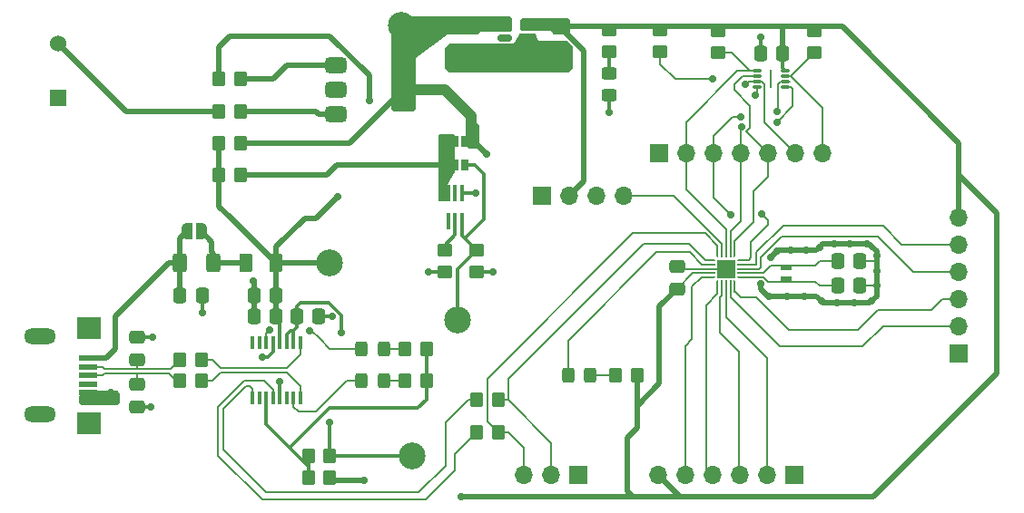
<source format=gbr>
%TF.GenerationSoftware,KiCad,Pcbnew,8.0.7*%
%TF.CreationDate,2025-02-09T15:31:53-05:00*%
%TF.ProjectId,ATTiny_416_Sensor_Board,41545469-6e79-45f3-9431-365f53656e73,rev?*%
%TF.SameCoordinates,Original*%
%TF.FileFunction,Copper,L1,Top*%
%TF.FilePolarity,Positive*%
%FSLAX46Y46*%
G04 Gerber Fmt 4.6, Leading zero omitted, Abs format (unit mm)*
G04 Created by KiCad (PCBNEW 8.0.7) date 2025-02-09 15:31:53*
%MOMM*%
%LPD*%
G01*
G04 APERTURE LIST*
G04 Aperture macros list*
%AMRoundRect*
0 Rectangle with rounded corners*
0 $1 Rounding radius*
0 $2 $3 $4 $5 $6 $7 $8 $9 X,Y pos of 4 corners*
0 Add a 4 corners polygon primitive as box body*
4,1,4,$2,$3,$4,$5,$6,$7,$8,$9,$2,$3,0*
0 Add four circle primitives for the rounded corners*
1,1,$1+$1,$2,$3*
1,1,$1+$1,$4,$5*
1,1,$1+$1,$6,$7*
1,1,$1+$1,$8,$9*
0 Add four rect primitives between the rounded corners*
20,1,$1+$1,$2,$3,$4,$5,0*
20,1,$1+$1,$4,$5,$6,$7,0*
20,1,$1+$1,$6,$7,$8,$9,0*
20,1,$1+$1,$8,$9,$2,$3,0*%
%AMFreePoly0*
4,1,14,0.334644,0.085355,0.385355,0.034644,0.400000,-0.000711,0.400000,-0.050000,0.385355,-0.085355,0.350000,-0.100000,-0.350000,-0.100000,-0.385355,-0.085355,-0.400000,-0.050000,-0.400000,0.050000,-0.385355,0.085355,-0.350000,0.100000,0.299289,0.100000,0.334644,0.085355,0.334644,0.085355,$1*%
%AMFreePoly1*
4,1,14,0.385355,0.085355,0.400000,0.050000,0.400000,0.000711,0.385355,-0.034644,0.334644,-0.085355,0.299289,-0.100000,-0.350000,-0.100000,-0.385355,-0.085355,-0.400000,-0.050000,-0.400000,0.050000,-0.385355,0.085355,-0.350000,0.100000,0.350000,0.100000,0.385355,0.085355,0.385355,0.085355,$1*%
%AMFreePoly2*
4,1,14,0.085355,0.385355,0.100000,0.350000,0.100000,-0.350000,0.085355,-0.385355,0.050000,-0.400000,-0.050000,-0.400000,-0.085355,-0.385355,-0.100000,-0.350000,-0.100000,0.299289,-0.085355,0.334644,-0.034644,0.385355,0.000711,0.400000,0.050000,0.400000,0.085355,0.385355,0.085355,0.385355,$1*%
%AMFreePoly3*
4,1,14,0.034644,0.385355,0.085355,0.334644,0.100000,0.299289,0.100000,-0.350000,0.085355,-0.385355,0.050000,-0.400000,-0.050000,-0.400000,-0.085355,-0.385355,-0.100000,-0.350000,-0.100000,0.350000,-0.085355,0.385355,-0.050000,0.400000,-0.000711,0.400000,0.034644,0.385355,0.034644,0.385355,$1*%
%AMFreePoly4*
4,1,14,0.385355,0.085355,0.400000,0.050000,0.400000,-0.050000,0.385355,-0.085355,0.350000,-0.100000,-0.299289,-0.100000,-0.334644,-0.085355,-0.385355,-0.034644,-0.400000,0.000711,-0.400000,0.050000,-0.385355,0.085355,-0.350000,0.100000,0.350000,0.100000,0.385355,0.085355,0.385355,0.085355,$1*%
%AMFreePoly5*
4,1,14,0.385355,0.085355,0.400000,0.050000,0.400000,-0.050000,0.385355,-0.085355,0.350000,-0.100000,-0.350000,-0.100000,-0.385355,-0.085355,-0.400000,-0.050000,-0.400000,-0.000711,-0.385355,0.034644,-0.334644,0.085355,-0.299289,0.100000,0.350000,0.100000,0.385355,0.085355,0.385355,0.085355,$1*%
%AMFreePoly6*
4,1,14,0.085355,0.385355,0.100000,0.350000,0.100000,-0.299289,0.085355,-0.334644,0.034644,-0.385355,-0.000711,-0.400000,-0.050000,-0.400000,-0.085355,-0.385355,-0.100000,-0.350000,-0.100000,0.350000,-0.085355,0.385355,-0.050000,0.400000,0.050000,0.400000,0.085355,0.385355,0.085355,0.385355,$1*%
%AMFreePoly7*
4,1,14,0.085355,0.385355,0.100000,0.350000,0.100000,-0.350000,0.085355,-0.385355,0.050000,-0.400000,0.000711,-0.400000,-0.034644,-0.385355,-0.085355,-0.334644,-0.100000,-0.299289,-0.100000,0.350000,-0.085355,0.385355,-0.050000,0.400000,0.050000,0.400000,0.085355,0.385355,0.085355,0.385355,$1*%
%AMFreePoly8*
4,1,19,0.500000,-0.750000,0.000000,-0.750000,0.000000,-0.744911,-0.071157,-0.744911,-0.207708,-0.704816,-0.327430,-0.627875,-0.420627,-0.520320,-0.479746,-0.390866,-0.500000,-0.250000,-0.500000,0.250000,-0.479746,0.390866,-0.420627,0.520320,-0.327430,0.627875,-0.207708,0.704816,-0.071157,0.744911,0.000000,0.744911,0.000000,0.750000,0.500000,0.750000,0.500000,-0.750000,0.500000,-0.750000,
$1*%
%AMFreePoly9*
4,1,19,0.000000,0.744911,0.071157,0.744911,0.207708,0.704816,0.327430,0.627875,0.420627,0.520320,0.479746,0.390866,0.500000,0.250000,0.500000,-0.250000,0.479746,-0.390866,0.420627,-0.520320,0.327430,-0.627875,0.207708,-0.704816,0.071157,-0.744911,0.000000,-0.744911,0.000000,-0.750000,-0.500000,-0.750000,-0.500000,0.750000,0.000000,0.750000,0.000000,0.744911,0.000000,0.744911,
$1*%
G04 Aperture macros list end*
%TA.AperFunction,SMDPad,CuDef*%
%ADD10R,0.700000X1.000000*%
%TD*%
%TA.AperFunction,SMDPad,CuDef*%
%ADD11R,1.800000X0.600000*%
%TD*%
%TA.AperFunction,SMDPad,CuDef*%
%ADD12R,2.300000X2.000000*%
%TD*%
%TA.AperFunction,ComponentPad*%
%ADD13O,2.980000X1.490000*%
%TD*%
%TA.AperFunction,SMDPad,CuDef*%
%ADD14R,1.000000X0.500000*%
%TD*%
%TA.AperFunction,ComponentPad*%
%ADD15R,1.700000X1.700000*%
%TD*%
%TA.AperFunction,ComponentPad*%
%ADD16O,1.700000X1.700000*%
%TD*%
%TA.AperFunction,SMDPad,CuDef*%
%ADD17RoundRect,0.250000X0.475000X-0.337500X0.475000X0.337500X-0.475000X0.337500X-0.475000X-0.337500X0*%
%TD*%
%TA.AperFunction,SMDPad,CuDef*%
%ADD18FreePoly0,0.000000*%
%TD*%
%TA.AperFunction,SMDPad,CuDef*%
%ADD19RoundRect,0.050000X-0.350000X-0.050000X0.350000X-0.050000X0.350000X0.050000X-0.350000X0.050000X0*%
%TD*%
%TA.AperFunction,SMDPad,CuDef*%
%ADD20FreePoly1,0.000000*%
%TD*%
%TA.AperFunction,SMDPad,CuDef*%
%ADD21FreePoly2,0.000000*%
%TD*%
%TA.AperFunction,SMDPad,CuDef*%
%ADD22RoundRect,0.050000X-0.050000X-0.350000X0.050000X-0.350000X0.050000X0.350000X-0.050000X0.350000X0*%
%TD*%
%TA.AperFunction,SMDPad,CuDef*%
%ADD23FreePoly3,0.000000*%
%TD*%
%TA.AperFunction,SMDPad,CuDef*%
%ADD24FreePoly4,0.000000*%
%TD*%
%TA.AperFunction,SMDPad,CuDef*%
%ADD25FreePoly5,0.000000*%
%TD*%
%TA.AperFunction,SMDPad,CuDef*%
%ADD26FreePoly6,0.000000*%
%TD*%
%TA.AperFunction,SMDPad,CuDef*%
%ADD27FreePoly7,0.000000*%
%TD*%
%TA.AperFunction,HeatsinkPad*%
%ADD28R,1.700000X1.700000*%
%TD*%
%TA.AperFunction,SMDPad,CuDef*%
%ADD29RoundRect,0.250000X0.337500X0.475000X-0.337500X0.475000X-0.337500X-0.475000X0.337500X-0.475000X0*%
%TD*%
%TA.AperFunction,SMDPad,CuDef*%
%ADD30RoundRect,0.250000X-0.325000X-0.450000X0.325000X-0.450000X0.325000X0.450000X-0.325000X0.450000X0*%
%TD*%
%TA.AperFunction,SMDPad,CuDef*%
%ADD31RoundRect,0.250000X0.350000X0.450000X-0.350000X0.450000X-0.350000X-0.450000X0.350000X-0.450000X0*%
%TD*%
%TA.AperFunction,SMDPad,CuDef*%
%ADD32RoundRect,0.250000X1.100000X-0.412500X1.100000X0.412500X-1.100000X0.412500X-1.100000X-0.412500X0*%
%TD*%
%TA.AperFunction,SMDPad,CuDef*%
%ADD33RoundRect,0.250000X-0.350000X-0.450000X0.350000X-0.450000X0.350000X0.450000X-0.350000X0.450000X0*%
%TD*%
%TA.AperFunction,SMDPad,CuDef*%
%ADD34RoundRect,0.375000X-0.625000X-0.375000X0.625000X-0.375000X0.625000X0.375000X-0.625000X0.375000X0*%
%TD*%
%TA.AperFunction,SMDPad,CuDef*%
%ADD35RoundRect,0.500000X-0.500000X-1.400000X0.500000X-1.400000X0.500000X1.400000X-0.500000X1.400000X0*%
%TD*%
%TA.AperFunction,SMDPad,CuDef*%
%ADD36RoundRect,0.250000X-0.450000X0.350000X-0.450000X-0.350000X0.450000X-0.350000X0.450000X0.350000X0*%
%TD*%
%TA.AperFunction,SMDPad,CuDef*%
%ADD37RoundRect,0.250000X-0.475000X0.337500X-0.475000X-0.337500X0.475000X-0.337500X0.475000X0.337500X0*%
%TD*%
%TA.AperFunction,SMDPad,CuDef*%
%ADD38R,0.400000X1.200000*%
%TD*%
%TA.AperFunction,SMDPad,CuDef*%
%ADD39RoundRect,0.250000X0.450000X-0.350000X0.450000X0.350000X-0.450000X0.350000X-0.450000X-0.350000X0*%
%TD*%
%TA.AperFunction,SMDPad,CuDef*%
%ADD40RoundRect,0.250000X-0.337500X-0.475000X0.337500X-0.475000X0.337500X0.475000X-0.337500X0.475000X0*%
%TD*%
%TA.AperFunction,SMDPad,CuDef*%
%ADD41RoundRect,0.250000X0.375000X0.625000X-0.375000X0.625000X-0.375000X-0.625000X0.375000X-0.625000X0*%
%TD*%
%TA.AperFunction,SMDPad,CuDef*%
%ADD42RoundRect,0.250000X0.450000X-0.325000X0.450000X0.325000X-0.450000X0.325000X-0.450000X-0.325000X0*%
%TD*%
%TA.AperFunction,SMDPad,CuDef*%
%ADD43C,2.500000*%
%TD*%
%TA.AperFunction,SMDPad,CuDef*%
%ADD44RoundRect,0.150000X-0.512500X-0.150000X0.512500X-0.150000X0.512500X0.150000X-0.512500X0.150000X0*%
%TD*%
%TA.AperFunction,ComponentPad*%
%ADD45R,1.524000X1.524000*%
%TD*%
%TA.AperFunction,ComponentPad*%
%ADD46C,1.524000*%
%TD*%
%TA.AperFunction,SMDPad,CuDef*%
%ADD47FreePoly8,0.000000*%
%TD*%
%TA.AperFunction,SMDPad,CuDef*%
%ADD48FreePoly9,0.000000*%
%TD*%
%TA.AperFunction,SMDPad,CuDef*%
%ADD49RoundRect,0.062500X-0.062500X-0.762500X0.062500X-0.762500X0.062500X0.762500X-0.062500X0.762500X0*%
%TD*%
%TA.AperFunction,SMDPad,CuDef*%
%ADD50RoundRect,0.100000X-0.300000X-0.050000X0.300000X-0.050000X0.300000X0.050000X-0.300000X0.050000X0*%
%TD*%
%TA.AperFunction,SMDPad,CuDef*%
%ADD51RoundRect,0.100000X0.100000X-0.650000X0.100000X0.650000X-0.100000X0.650000X-0.100000X-0.650000X0*%
%TD*%
%TA.AperFunction,SMDPad,CuDef*%
%ADD52RoundRect,0.250000X0.400000X0.625000X-0.400000X0.625000X-0.400000X-0.625000X0.400000X-0.625000X0*%
%TD*%
%TA.AperFunction,ViaPad*%
%ADD53C,0.700000*%
%TD*%
%TA.AperFunction,Conductor*%
%ADD54C,0.500000*%
%TD*%
%TA.AperFunction,Conductor*%
%ADD55C,0.200000*%
%TD*%
%TA.AperFunction,Conductor*%
%ADD56C,0.300000*%
%TD*%
%TA.AperFunction,Conductor*%
%ADD57C,0.150000*%
%TD*%
%TA.AperFunction,Conductor*%
%ADD58C,1.000000*%
%TD*%
G04 APERTURE END LIST*
D10*
%TO.P,U5,1*%
%TO.N,/Power/IDEAL_ANODE*%
X151725000Y-87574500D03*
%TO.P,U5,2*%
X152675000Y-87574500D03*
%TO.P,U5,3*%
%TO.N,Net-(U3-BIAS)*%
X153625000Y-87574500D03*
%TO.P,U5,4*%
%TO.N,/Power/IDEAL_CATHODE*%
X153625000Y-85375500D03*
%TO.P,U5,5*%
%TO.N,/Power/IDEAL_ANODE*%
X152675000Y-85375500D03*
%TO.P,U5,6*%
X151725000Y-85375500D03*
%TD*%
D11*
%TO.P,J2,1,VCC*%
%TO.N,Net-(J2-VCC)*%
X118492500Y-105674500D03*
%TO.P,J2,2,D-*%
%TO.N,/USB to UART Conversion/USB_D-*%
X118492500Y-106474500D03*
%TO.P,J2,3,D+*%
%TO.N,/USB to UART Conversion/USB_D+*%
X118492500Y-107274500D03*
%TO.P,J2,4,ID*%
%TO.N,unconnected-(J2-ID-Pad4)*%
X118492500Y-108074500D03*
%TO.P,J2,5,GND*%
%TO.N,GND*%
X118492500Y-108874500D03*
D12*
%TO.P,J2,SH1,SHIELD*%
%TO.N,unconnected-(J2-SHIELD-PadSH1)*%
X118542500Y-102824500D03*
%TO.P,J2,SH2,SHIELD__1*%
%TO.N,unconnected-(J2-SHIELD__1-PadSH2)*%
X118542500Y-111724500D03*
D13*
%TO.P,J2,SH3,SHIELD__2*%
%TO.N,unconnected-(J2-SHIELD__2-PadSH3)*%
X114042500Y-103624500D03*
%TO.P,J2,SH4,SHIELD__3*%
%TO.N,unconnected-(J2-SHIELD__3-PadSH4)*%
X114042500Y-110924500D03*
%TD*%
D14*
%TO.P,Y1,1,1*%
%TO.N,/ATTiny416/TOSC1*%
X183600000Y-98299500D03*
%TO.P,Y1,2,2*%
%TO.N,/ATTiny416/TOSC2*%
X183600000Y-97199500D03*
%TD*%
D15*
%TO.P,J5,1,Pin_1*%
%TO.N,GND*%
X164250000Y-116599500D03*
D16*
%TO.P,J5,2,Pin_2*%
%TO.N,ATTiny416_UART_RX*%
X161710000Y-116599500D03*
%TO.P,J5,3,Pin_3*%
%TO.N,ATTiny416_UART_TX*%
X159170000Y-116599500D03*
%TD*%
D17*
%TO.P,C1,1*%
%TO.N,+3.3V*%
X173400000Y-99174500D03*
%TO.P,C1,2*%
%TO.N,GND*%
X173400000Y-97099500D03*
%TD*%
D18*
%TO.P,U1,1,PA2*%
%TO.N,ATTiny416_UART_RX*%
X176550000Y-96499500D03*
D19*
%TO.P,U1,2,PA3*%
%TO.N,Net-(D3-K)*%
X176550000Y-96899500D03*
%TO.P,U1,3,GND*%
%TO.N,GND*%
X176550000Y-97299500D03*
%TO.P,U1,4,VCC*%
%TO.N,+3.3V*%
X176550000Y-97699500D03*
D20*
%TO.P,U1,5,PA4*%
%TO.N,ATTiny416_PA4*%
X176550000Y-98099500D03*
D21*
%TO.P,U1,6,PA5*%
%TO.N,ATTiny416_PA5*%
X177200000Y-98749500D03*
D22*
%TO.P,U1,7,PA6*%
%TO.N,ATTiny416_PA6*%
X177600000Y-98749500D03*
%TO.P,U1,8,PA7*%
%TO.N,ATTiny416_PA7*%
X178000000Y-98749500D03*
%TO.P,U1,9,PB5*%
%TO.N,ATTiny416_PB5*%
X178400000Y-98749500D03*
D23*
%TO.P,U1,10,PB4*%
%TO.N,ATTiny416_PB4*%
X178800000Y-98749500D03*
D24*
%TO.P,U1,11,PB3*%
%TO.N,/ATTiny416/TOSC1*%
X179450000Y-98099500D03*
D19*
%TO.P,U1,12,PB2*%
%TO.N,/ATTiny416/TOSC2*%
X179450000Y-97699500D03*
%TO.P,U1,13,PB1*%
%TO.N,ATTiny416_PB1*%
X179450000Y-97299500D03*
%TO.P,U1,14,PB0*%
%TO.N,ATTiny416_PB0*%
X179450000Y-96899500D03*
D25*
%TO.P,U1,15,PC0*%
%TO.N,ATTiny416_SPI_CLK*%
X179450000Y-96499500D03*
D26*
%TO.P,U1,16,PC1*%
%TO.N,ATTiny416_SPI_MISO*%
X178800000Y-95849500D03*
D22*
%TO.P,U1,17,PC2*%
%TO.N,ATTiny416_SPI_MOSI*%
X178400000Y-95849500D03*
%TO.P,U1,18,PC3*%
%TO.N,ATTiny416_SPI_SS*%
X178000000Y-95849500D03*
%TO.P,U1,19,~{RESET}/PA0*%
%TO.N,/ATTiny416/UPDI*%
X177600000Y-95849500D03*
D27*
%TO.P,U1,20,PA1*%
%TO.N,ATTiny416_UART_TX*%
X177200000Y-95849500D03*
D28*
%TO.P,U1,21,GND*%
%TO.N,GND*%
X178000000Y-97299500D03*
%TD*%
D17*
%TO.P,C7,1*%
%TO.N,/USB to UART Conversion/USB_D-*%
X123042500Y-105774500D03*
%TO.P,C7,2*%
%TO.N,GND*%
X123042500Y-103699500D03*
%TD*%
D29*
%TO.P,C4,1*%
%TO.N,+5V_USB*%
X136042500Y-99774500D03*
%TO.P,C4,2*%
%TO.N,GND*%
X133967500Y-99774500D03*
%TD*%
D30*
%TO.P,D1,1,K*%
%TO.N,/USB to UART Conversion/RX_LED*%
X144017500Y-104774500D03*
%TO.P,D1,2,A*%
%TO.N,Net-(D1-A)*%
X146067500Y-104774500D03*
%TD*%
D15*
%TO.P,J3,1,Pin_1*%
%TO.N,GND*%
X171725000Y-86474500D03*
D16*
%TO.P,J3,2,Pin_2*%
%TO.N,ATTiny416_SPI_SS*%
X174265000Y-86474500D03*
%TO.P,J3,3,Pin_3*%
%TO.N,ATTiny416_SPI_CLK*%
X176805000Y-86474500D03*
%TO.P,J3,4,Pin_4*%
%TO.N,ATTiny416_SPI_MOSI*%
X179345000Y-86474500D03*
%TO.P,J3,5,Pin_5*%
%TO.N,ATTiny416_SPI_MISO*%
X181885000Y-86474500D03*
%TO.P,J3,6,Pin_6*%
%TO.N,Net-(J3-Pin_6)*%
X184425000Y-86474500D03*
%TO.P,J3,7,Pin_7*%
%TO.N,Net-(J3-Pin_7)*%
X186965000Y-86474500D03*
%TD*%
D31*
%TO.P,R13,1*%
%TO.N,Net-(D4-Pad3)*%
X132725000Y-82574500D03*
%TO.P,R13,2*%
%TO.N,+30V*%
X130725000Y-82574500D03*
%TD*%
D32*
%TO.P,C11,1*%
%TO.N,GND*%
X153475000Y-77849500D03*
%TO.P,C11,2*%
%TO.N,/Power/IDEAL_CATHODE*%
X153475000Y-74724500D03*
%TD*%
D33*
%TO.P,R3,1*%
%TO.N,Net-(D1-A)*%
X148042500Y-104774500D03*
%TO.P,R3,2*%
%TO.N,FT230_VCCIO_SOURCE*%
X150042500Y-104774500D03*
%TD*%
D34*
%TO.P,D4,1*%
%TO.N,Net-(D4-Pad1)*%
X141575000Y-78274500D03*
%TO.P,D4,2*%
%TO.N,unconnected-(D4-Pad2)*%
X141575000Y-80574500D03*
%TO.P,D4,3*%
%TO.N,Net-(D4-Pad3)*%
X141575000Y-82874500D03*
D35*
%TO.P,D4,4*%
%TO.N,/Power/IDEAL_CATHODE*%
X147875000Y-80574500D03*
%TD*%
D36*
%TO.P,R10,1*%
%TO.N,+3.3V*%
X171850000Y-74999500D03*
%TO.P,R10,2*%
%TO.N,Net-(J3-Pin_6)*%
X171850000Y-76999500D03*
%TD*%
D37*
%TO.P,C8,1*%
%TO.N,/USB to UART Conversion/USB_D+*%
X123042500Y-108124500D03*
%TO.P,C8,2*%
%TO.N,GND*%
X123042500Y-110199500D03*
%TD*%
D38*
%TO.P,U2,1,TXD*%
%TO.N,Net-(U2-TXD)*%
X133820000Y-109374500D03*
%TO.P,U2,2,~{RTS}*%
%TO.N,unconnected-(U2-~{RTS}-Pad2)*%
X134455000Y-109374500D03*
%TO.P,U2,3,VCCIO*%
%TO.N,FT230_VCCIO_SOURCE*%
X135090000Y-109374500D03*
%TO.P,U2,4,RXD*%
%TO.N,Net-(U2-RXD)*%
X135725000Y-109374500D03*
%TO.P,U2,5,GND*%
%TO.N,GND*%
X136360000Y-109374500D03*
%TO.P,U2,6,~{CTS}*%
%TO.N,unconnected-(U2-~{CTS}-Pad6)*%
X136995000Y-109374500D03*
%TO.P,U2,7,CBUS2*%
%TO.N,/USB to UART Conversion/TX_LED*%
X137630000Y-109374500D03*
%TO.P,U2,8,USBDP*%
%TO.N,/USB to UART Conversion/USB_D_TERM+*%
X138265000Y-109374500D03*
%TO.P,U2,9,USBDM*%
%TO.N,/USB to UART Conversion/USB_D_TERM-*%
X138265000Y-104174500D03*
%TO.P,U2,10,3V3OUT*%
%TO.N,FT230_3V3OUT*%
X137630000Y-104174500D03*
%TO.P,U2,11,~{RESET}*%
X136995000Y-104174500D03*
%TO.P,U2,12,VCC*%
%TO.N,+5V_USB*%
X136360000Y-104174500D03*
%TO.P,U2,13,GND*%
%TO.N,GND*%
X135725000Y-104174500D03*
%TO.P,U2,14,CBUS1*%
%TO.N,/USB to UART Conversion/RX_LED*%
X135090000Y-104174500D03*
%TO.P,U2,15,CBUS0*%
%TO.N,unconnected-(U2-CBUS0-Pad15)*%
X134455000Y-104174500D03*
%TO.P,U2,16,CBUS3*%
%TO.N,unconnected-(U2-CBUS3-Pad16)*%
X133820000Y-104174500D03*
%TD*%
D39*
%TO.P,R19,1*%
%TO.N,Net-(D5-A)*%
X167050000Y-76999500D03*
%TO.P,R19,2*%
%TO.N,+3.3V*%
X167050000Y-74999500D03*
%TD*%
D15*
%TO.P,J1,1,Pin_1*%
%TO.N,unconnected-(J1-Pin_1-Pad1)*%
X160805000Y-90474500D03*
D16*
%TO.P,J1,2,Pin_2*%
%TO.N,+3.3V*%
X163345000Y-90474500D03*
%TO.P,J1,3,Pin_3*%
%TO.N,GND*%
X165885000Y-90474500D03*
%TO.P,J1,4,Pin_4*%
%TO.N,/ATTiny416/UPDI*%
X168425000Y-90474500D03*
%TD*%
D40*
%TO.P,C3,1*%
%TO.N,/ATTiny416/TOSC1*%
X188400000Y-98899500D03*
%TO.P,C3,2*%
%TO.N,GND*%
X190475000Y-98899500D03*
%TD*%
D41*
%TO.P,F1,1*%
%TO.N,+5V_USB*%
X136042500Y-96774500D03*
%TO.P,F1,2*%
%TO.N,Net-(JP1-B)*%
X133242500Y-96774500D03*
%TD*%
D36*
%TO.P,R12,1*%
%TO.N,+3.3V*%
X177250000Y-75099500D03*
%TO.P,R12,2*%
%TO.N,ATTiny416_SPI_SS*%
X177250000Y-77099500D03*
%TD*%
D33*
%TO.P,R17,1*%
%TO.N,+5V_USB*%
X130725000Y-88574500D03*
%TO.P,R17,2*%
%TO.N,/Power/IDEAL_ANODE*%
X132725000Y-88574500D03*
%TD*%
D42*
%TO.P,D5,1,K*%
%TO.N,GND*%
X167050000Y-81124500D03*
%TO.P,D5,2,A*%
%TO.N,Net-(D5-A)*%
X167050000Y-79074500D03*
%TD*%
D43*
%TO.P,TP2,1,1*%
%TO.N,+5V_USB*%
X141042500Y-96774500D03*
%TD*%
D33*
%TO.P,R18,1*%
%TO.N,Net-(D3-A)*%
X167700000Y-107274500D03*
%TO.P,R18,2*%
%TO.N,+3.3V*%
X169700000Y-107274500D03*
%TD*%
D29*
%TO.P,C6,1*%
%TO.N,+5V_USB*%
X136042500Y-101774500D03*
%TO.P,C6,2*%
%TO.N,GND*%
X133967500Y-101774500D03*
%TD*%
D17*
%TO.P,C12,1*%
%TO.N,GND*%
X162475000Y-76762000D03*
%TO.P,C12,2*%
%TO.N,+3.3V*%
X162475000Y-74687000D03*
%TD*%
D33*
%TO.P,R7,1*%
%TO.N,+5V_USB*%
X130725000Y-79574500D03*
%TO.P,R7,2*%
%TO.N,Net-(D4-Pad1)*%
X132725000Y-79574500D03*
%TD*%
D29*
%TO.P,C10,1*%
%TO.N,+3.3V*%
X183262500Y-77174500D03*
%TO.P,C10,2*%
%TO.N,GND*%
X181187500Y-77174500D03*
%TD*%
D33*
%TO.P,R9,1*%
%TO.N,Net-(U2-RXD)*%
X154725000Y-112574500D03*
%TO.P,R9,2*%
%TO.N,ATTiny416_UART_TX*%
X156725000Y-112574500D03*
%TD*%
D36*
%TO.P,R11,1*%
%TO.N,+3.3V*%
X186250000Y-75099500D03*
%TO.P,R11,2*%
%TO.N,Net-(J3-Pin_7)*%
X186250000Y-77099500D03*
%TD*%
D33*
%TO.P,R8,1*%
%TO.N,Net-(U2-TXD)*%
X154725000Y-109574500D03*
%TO.P,R8,2*%
%TO.N,ATTiny416_UART_RX*%
X156725000Y-109574500D03*
%TD*%
%TO.P,R5,1*%
%TO.N,/USB to UART Conversion/USB_D-*%
X127042500Y-105774500D03*
%TO.P,R5,2*%
%TO.N,/USB to UART Conversion/USB_D_TERM-*%
X129042500Y-105774500D03*
%TD*%
D44*
%TO.P,U6,1,IN*%
%TO.N,/Power/IDEAL_CATHODE*%
X157337500Y-74774500D03*
%TO.P,U6,2,NC*%
%TO.N,unconnected-(U6-NC-Pad2)*%
X157337500Y-75724500D03*
%TO.P,U6,3,GND*%
%TO.N,GND*%
X157337500Y-76674500D03*
%TO.P,U6,4,GND__1*%
X159612500Y-76674500D03*
%TO.P,U6,5,OUT*%
%TO.N,+3.3V*%
X159612500Y-74774500D03*
%TD*%
D43*
%TO.P,TP3,1,1*%
%TO.N,Net-(U3-BIAS)*%
X152975000Y-102074500D03*
%TD*%
D31*
%TO.P,R1,1*%
%TO.N,+3.3V*%
X141042500Y-116774500D03*
%TO.P,R1,2*%
%TO.N,FT230_VCCIO_SOURCE*%
X139042500Y-116774500D03*
%TD*%
D45*
%TO.P,J4,1,Pin_1*%
%TO.N,GND*%
X115725000Y-81374500D03*
D46*
%TO.P,J4,2,Pin_2*%
%TO.N,+30V*%
X115725000Y-76294500D03*
%TD*%
D47*
%TO.P,JP1,1,A*%
%TO.N,Net-(J2-VCC)*%
X127742500Y-93774500D03*
D48*
%TO.P,JP1,2,B*%
%TO.N,Net-(JP1-B)*%
X129042500Y-93774500D03*
%TD*%
D49*
%TO.P,U4,*%
%TO.N,*%
X182198500Y-79551000D03*
D50*
%TO.P,U4,1,~{CS}*%
%TO.N,ATTiny416_SPI_SS*%
X180898500Y-78801000D03*
%TO.P,U4,2,DO(IO1)*%
%TO.N,ATTiny416_SPI_MISO*%
X180898500Y-79301000D03*
%TO.P,U4,3,~{WP}*%
%TO.N,Net-(J3-Pin_6)*%
X180898500Y-79801000D03*
%TO.P,U4,4,GND*%
%TO.N,GND*%
X180898500Y-80301000D03*
%TO.P,U4,5,DI(IO0)*%
%TO.N,ATTiny416_SPI_MOSI*%
X183498500Y-80301000D03*
%TO.P,U4,6,CLK*%
%TO.N,ATTiny416_SPI_CLK*%
X183498500Y-79801000D03*
%TO.P,U4,7,~{HOLD}*%
%TO.N,Net-(J3-Pin_7)*%
X183498500Y-79301000D03*
%TO.P,U4,8,VCC*%
%TO.N,+3.3V*%
X183498500Y-78801000D03*
%TD*%
D15*
%TO.P,J6,1,Pin_1*%
%TO.N,GND*%
X199725000Y-105194500D03*
D16*
%TO.P,J6,2,Pin_2*%
%TO.N,ATTiny416_PB5*%
X199725000Y-102654500D03*
%TO.P,J6,3,Pin_3*%
%TO.N,ATTiny416_PB4*%
X199725000Y-100114500D03*
%TO.P,J6,4,Pin_4*%
%TO.N,ATTiny416_PB1*%
X199725000Y-97574500D03*
%TO.P,J6,5,Pin_5*%
%TO.N,ATTiny416_PB0*%
X199725000Y-95034500D03*
%TO.P,J6,6,Pin_6*%
%TO.N,+3.3V*%
X199725000Y-92494500D03*
%TD*%
D33*
%TO.P,R14,1*%
%TO.N,+5V_USB*%
X130725000Y-85574500D03*
%TO.P,R14,2*%
%TO.N,/Power/IDEAL_CATHODE*%
X132725000Y-85574500D03*
%TD*%
D51*
%TO.P,U3,1,NC*%
%TO.N,unconnected-(U3-NC-Pad1)*%
X152075500Y-92894500D03*
%TO.P,U3,2,REF*%
%TO.N,Net-(U3-REF)*%
X152725500Y-92894500D03*
%TO.P,U3,3,BIAS*%
%TO.N,Net-(U3-BIAS)*%
X153375500Y-92894500D03*
%TO.P,U3,4,SOURCE*%
%TO.N,/Power/IDEAL_CATHODE*%
X153375500Y-90234500D03*
%TO.P,U3,5,NC*%
%TO.N,unconnected-(U3-NC-Pad5)*%
X152725500Y-90234500D03*
%TO.P,U3,6,DRAIN*%
%TO.N,/Power/IDEAL_ANODE*%
X152075500Y-90234500D03*
%TD*%
D30*
%TO.P,D3,1,K*%
%TO.N,Net-(D3-K)*%
X163300000Y-107274500D03*
%TO.P,D3,2,A*%
%TO.N,Net-(D3-A)*%
X165350000Y-107274500D03*
%TD*%
D43*
%TO.P,TP1,1,1*%
%TO.N,FT230_3V3OUT*%
X148725000Y-114774500D03*
%TD*%
D40*
%TO.P,C9,1*%
%TO.N,Net-(J2-VCC)*%
X127042500Y-99774500D03*
%TO.P,C9,2*%
%TO.N,GND*%
X129117500Y-99774500D03*
%TD*%
D30*
%TO.P,D2,1,K*%
%TO.N,/USB to UART Conversion/TX_LED*%
X144017500Y-107774500D03*
%TO.P,D2,2,A*%
%TO.N,Net-(D2-A)*%
X146067500Y-107774500D03*
%TD*%
D36*
%TO.P,R15,1*%
%TO.N,Net-(U3-REF)*%
X151725500Y-95564500D03*
%TO.P,R15,2*%
%TO.N,GND*%
X151725500Y-97564500D03*
%TD*%
D43*
%TO.P,TP4,1,1*%
%TO.N,/Power/IDEAL_CATHODE*%
X147725000Y-74574500D03*
%TD*%
D36*
%TO.P,R16,1*%
%TO.N,Net-(U3-BIAS)*%
X154725500Y-95564500D03*
%TO.P,R16,2*%
%TO.N,GND*%
X154725500Y-97564500D03*
%TD*%
D15*
%TO.P,J7,1,Pin_1*%
%TO.N,GND*%
X184345000Y-116574500D03*
D16*
%TO.P,J7,2,Pin_2*%
%TO.N,ATTiny416_PA7*%
X181805000Y-116574500D03*
%TO.P,J7,3,Pin_3*%
%TO.N,ATTiny416_PA6*%
X179265000Y-116574500D03*
%TO.P,J7,4,Pin_4*%
%TO.N,ATTiny416_PA5*%
X176725000Y-116574500D03*
%TO.P,J7,5,Pin_5*%
%TO.N,ATTiny416_PA4*%
X174185000Y-116574500D03*
%TO.P,J7,6,Pin_6*%
%TO.N,+3.3V*%
X171645000Y-116574500D03*
%TD*%
D40*
%TO.P,C5,1*%
%TO.N,FT230_3V3OUT*%
X137942500Y-101774500D03*
%TO.P,C5,2*%
%TO.N,GND*%
X140017500Y-101774500D03*
%TD*%
%TO.P,C2,1*%
%TO.N,/ATTiny416/TOSC2*%
X188400000Y-96599500D03*
%TO.P,C2,2*%
%TO.N,GND*%
X190475000Y-96599500D03*
%TD*%
D33*
%TO.P,R4,1*%
%TO.N,Net-(D2-A)*%
X148042500Y-107774500D03*
%TO.P,R4,2*%
%TO.N,FT230_VCCIO_SOURCE*%
X150042500Y-107774500D03*
%TD*%
%TO.P,R6,1*%
%TO.N,/USB to UART Conversion/USB_D+*%
X127042500Y-107774500D03*
%TO.P,R6,2*%
%TO.N,/USB to UART Conversion/USB_D_TERM+*%
X129042500Y-107774500D03*
%TD*%
D52*
%TO.P,FB1,1*%
%TO.N,Net-(JP1-B)*%
X130142500Y-96774500D03*
%TO.P,FB1,2*%
%TO.N,Net-(J2-VCC)*%
X127042500Y-96774500D03*
%TD*%
D31*
%TO.P,R2,1*%
%TO.N,FT230_3V3OUT*%
X141042500Y-114774500D03*
%TO.P,R2,2*%
%TO.N,FT230_VCCIO_SOURCE*%
X139042500Y-114774500D03*
%TD*%
D53*
%TO.N,+3.3V*%
X153250000Y-118599500D03*
X144250000Y-117099500D03*
%TO.N,GND*%
X192025000Y-97474500D03*
X181225000Y-75674500D03*
X129142500Y-101374500D03*
X191575000Y-100324500D03*
X192025000Y-98874500D03*
X158725000Y-78224500D03*
X183725000Y-99874500D03*
X178000000Y-97299500D03*
X120642500Y-109674500D03*
X182725000Y-95674500D03*
X188325000Y-100474500D03*
X124542500Y-103674500D03*
X124342500Y-110174500D03*
X161725000Y-78224500D03*
X156225000Y-97564500D03*
X160225000Y-78224500D03*
X191125000Y-94974500D03*
X189925000Y-100474500D03*
X182025000Y-99874500D03*
X186725000Y-95274500D03*
X163225000Y-78224500D03*
X150225000Y-97564500D03*
X157225000Y-78224500D03*
X192025000Y-96074500D03*
X136375000Y-107854500D03*
X155725000Y-78224500D03*
X186875000Y-100324500D03*
X158975000Y-75724500D03*
X167050000Y-82699500D03*
X189525000Y-94974500D03*
X184025000Y-95574500D03*
X141242500Y-101774500D03*
X155725000Y-76974500D03*
X180750000Y-81099500D03*
X181230000Y-98724500D03*
X185325000Y-99874500D03*
X188125000Y-94974500D03*
X133942500Y-98474500D03*
X185425000Y-95574500D03*
X134742500Y-105574500D03*
X159975000Y-75724500D03*
X120642500Y-108874500D03*
X119842500Y-109674500D03*
X160975000Y-76974500D03*
X182125000Y-96274500D03*
%TO.N,+5V_USB*%
X141749750Y-90549750D03*
X144725000Y-81574500D03*
%TO.N,FT230_3V3OUT*%
X141042500Y-111674500D03*
X142142500Y-103274500D03*
%TO.N,/USB to UART Conversion/RX_LED*%
X135435460Y-103031836D03*
X139142500Y-103074500D03*
%TO.N,ATTiny416_SPI_MOSI*%
X182750000Y-83599500D03*
X179425000Y-84074500D03*
%TO.N,ATTiny416_SPI_CLK*%
X181350000Y-92199500D03*
X179325000Y-83099500D03*
X182750000Y-82599500D03*
X178450000Y-92299500D03*
%TO.N,Net-(J3-Pin_6)*%
X176750000Y-79599500D03*
X179750000Y-80099500D03*
%TO.N,/Power/IDEAL_CATHODE*%
X154675000Y-90225000D03*
X155675000Y-86574500D03*
%TO.N,GND*%
X118242500Y-109674500D03*
X119042500Y-109674500D03*
%TD*%
D54*
%TO.N,+5V_USB*%
X138725000Y-92574500D02*
X136042500Y-95257000D01*
X141749750Y-90549750D02*
X139725000Y-92574500D01*
X136042500Y-95257000D02*
X136042500Y-96774500D01*
X139725000Y-92574500D02*
X138725000Y-92574500D01*
%TO.N,+3.3V*%
X153250000Y-118599500D02*
X169250000Y-118599500D01*
X199725000Y-88574500D02*
X203250000Y-92099500D01*
X199725000Y-88574500D02*
X199725000Y-92494500D01*
X162475000Y-74687000D02*
X183250000Y-74687000D01*
X168750000Y-113099500D02*
X169700000Y-112149500D01*
D55*
X173400000Y-99174500D02*
X174875000Y-97699500D01*
D54*
X171750000Y-108049500D02*
X171750000Y-100824500D01*
X173750000Y-118599500D02*
X169250000Y-118599500D01*
X183250000Y-74687000D02*
X183250000Y-75599500D01*
X141367500Y-117099500D02*
X141042500Y-116774500D01*
X169700000Y-110099500D02*
X171750000Y-108049500D01*
X163345000Y-90474500D02*
X164725000Y-89094500D01*
X203250000Y-92099500D02*
X203250000Y-107099500D01*
X188837500Y-74687000D02*
X199725000Y-85574500D01*
X173750000Y-118599500D02*
X173670000Y-118599500D01*
X173670000Y-118599500D02*
X171645000Y-116574500D01*
X171750000Y-100824500D02*
X173400000Y-99174500D01*
X144250000Y-117099500D02*
X141367500Y-117099500D01*
X183262500Y-75612000D02*
X183262500Y-77174500D01*
D56*
X183262500Y-78565000D02*
X183498500Y-78801000D01*
D54*
X203250000Y-107099500D02*
X191750000Y-118599500D01*
D55*
X174875000Y-97699500D02*
X176550000Y-97699500D01*
D54*
X164725000Y-89094500D02*
X164725000Y-76937000D01*
X169250000Y-118599500D02*
X168750000Y-118099500D01*
X169700000Y-112149500D02*
X169700000Y-110099500D01*
X169700000Y-110099500D02*
X169700000Y-107274500D01*
X191750000Y-118599500D02*
X173750000Y-118599500D01*
X183250000Y-74687000D02*
X188837500Y-74687000D01*
X168750000Y-118099500D02*
X168750000Y-113099500D01*
X183250000Y-75599500D02*
X183262500Y-75612000D01*
X164725000Y-76937000D02*
X162475000Y-74687000D01*
D56*
X183262500Y-77174500D02*
X183262500Y-78565000D01*
D57*
X173400000Y-99174500D02*
X174025000Y-99174500D01*
D54*
X199725000Y-85574500D02*
X199725000Y-88574500D01*
D56*
%TO.N,GND*%
X181187500Y-75712000D02*
X181225000Y-75674500D01*
X123042500Y-110199500D02*
X124317500Y-110199500D01*
D55*
X190475000Y-98899500D02*
X192000000Y-98899500D01*
D54*
X191325000Y-94974500D02*
X191125000Y-94974500D01*
D56*
X136360000Y-107869500D02*
X136375000Y-107854500D01*
X156225000Y-97564500D02*
X154725500Y-97564500D01*
X129117500Y-99774500D02*
X129117500Y-101349500D01*
D54*
X181925000Y-99874500D02*
X182025000Y-99874500D01*
D56*
X181187500Y-77174500D02*
X181187500Y-75712000D01*
D55*
X180750000Y-81099500D02*
X180898500Y-80951000D01*
D54*
X181230000Y-99179500D02*
X181925000Y-99874500D01*
D56*
X124317500Y-110199500D02*
X124342500Y-110174500D01*
X140017500Y-101774500D02*
X141242500Y-101774500D01*
D54*
X191425000Y-100474500D02*
X191575000Y-100324500D01*
X133967500Y-99774500D02*
X133967500Y-98499500D01*
D55*
X190475000Y-96599500D02*
X192025000Y-96599500D01*
X173600000Y-97299500D02*
X176550000Y-97299500D01*
D54*
X192025000Y-99874500D02*
X192025000Y-98874500D01*
X187425000Y-94974500D02*
X187025000Y-94974500D01*
X185325000Y-99874500D02*
X186425000Y-99874500D01*
X186875000Y-100324500D02*
X187025000Y-100474500D01*
X191575000Y-100324500D02*
X192025000Y-99874500D01*
X187025000Y-100474500D02*
X187925000Y-100474500D01*
X133967500Y-101774500D02*
X133967500Y-99774500D01*
D56*
X123042500Y-103699500D02*
X124517500Y-103699500D01*
D54*
X186725000Y-95274500D02*
X186425000Y-95574500D01*
D56*
X124517500Y-103699500D02*
X124542500Y-103674500D01*
D54*
X192025000Y-98874500D02*
X192025000Y-97474500D01*
D55*
X180898500Y-80951000D02*
X180898500Y-80301000D01*
D56*
X135725000Y-104174500D02*
X135725000Y-105074500D01*
D55*
X173400000Y-97099500D02*
X173600000Y-97299500D01*
D56*
X135725000Y-105074500D02*
X135225000Y-105574500D01*
D54*
X189925000Y-100474500D02*
X191425000Y-100474500D01*
X191625000Y-95274500D02*
X191325000Y-94974500D01*
X192025000Y-96074500D02*
X192025000Y-95674500D01*
D56*
X167050000Y-81124500D02*
X167050000Y-82699500D01*
D54*
X192025000Y-95674500D02*
X191625000Y-95274500D01*
D55*
X192000000Y-98899500D02*
X192025000Y-98874500D01*
D56*
X150225000Y-97564500D02*
X151725500Y-97564500D01*
D54*
X182725000Y-95674500D02*
X182125000Y-96274500D01*
X185425000Y-95574500D02*
X184025000Y-95574500D01*
D55*
X176550000Y-97299500D02*
X178000000Y-97299500D01*
D54*
X133967500Y-98499500D02*
X133942500Y-98474500D01*
X181230000Y-98724500D02*
X181230000Y-99179500D01*
X188325000Y-100474500D02*
X189925000Y-100474500D01*
X188125000Y-94974500D02*
X187425000Y-94974500D01*
X192025000Y-96599500D02*
X192025000Y-96074500D01*
X191125000Y-94974500D02*
X189525000Y-94974500D01*
X184025000Y-95574500D02*
X182825000Y-95574500D01*
X182825000Y-95574500D02*
X182725000Y-95674500D01*
X189525000Y-94974500D02*
X188125000Y-94974500D01*
X186425000Y-99874500D02*
X186875000Y-100324500D01*
D56*
X129117500Y-101349500D02*
X129142500Y-101374500D01*
D54*
X187925000Y-100474500D02*
X188325000Y-100474500D01*
X186425000Y-95574500D02*
X185425000Y-95574500D01*
D56*
X135225000Y-105574500D02*
X134742500Y-105574500D01*
D54*
X187025000Y-94974500D02*
X186725000Y-95274500D01*
X192025000Y-97474500D02*
X192025000Y-96599500D01*
D56*
X136360000Y-109374500D02*
X136360000Y-107869500D01*
D54*
X183725000Y-99874500D02*
X185325000Y-99874500D01*
X182025000Y-99874500D02*
X183725000Y-99874500D01*
D57*
%TO.N,/ATTiny416/TOSC2*%
X186700000Y-96599500D02*
X188400000Y-96599500D01*
X186300000Y-96999500D02*
X186700000Y-96599500D01*
X181500000Y-97699500D02*
X182200000Y-96999500D01*
X182200000Y-96999500D02*
X183600000Y-96999500D01*
X179450000Y-97699500D02*
X181500000Y-97699500D01*
X183600000Y-96999500D02*
X186300000Y-96999500D01*
%TO.N,/ATTiny416/TOSC1*%
X183600000Y-98499500D02*
X186300000Y-98499500D01*
X186700000Y-98899500D02*
X188400000Y-98899500D01*
X179450000Y-98099500D02*
X181500000Y-98099500D01*
X186300000Y-98499500D02*
X186700000Y-98899500D01*
X181900000Y-98499500D02*
X183600000Y-98499500D01*
X181500000Y-98099500D02*
X181900000Y-98499500D01*
D54*
%TO.N,+5V_USB*%
X131725000Y-75574500D02*
X130725000Y-76574500D01*
X141041726Y-75574500D02*
X131725000Y-75574500D01*
X144725000Y-79257774D02*
X141041726Y-75574500D01*
X130725000Y-85574500D02*
X130725000Y-88574500D01*
X136042500Y-96774500D02*
X136042500Y-101774500D01*
X130725000Y-76574500D02*
X130725000Y-79574500D01*
D56*
X136360000Y-102092000D02*
X136042500Y-101774500D01*
D54*
X130725000Y-88574500D02*
X130725000Y-91457000D01*
X144725000Y-81574500D02*
X144725000Y-79257774D01*
X131783750Y-92515750D02*
X136042500Y-96774500D01*
X136042500Y-96774500D02*
X141042500Y-96774500D01*
D56*
X136360000Y-104174500D02*
X136360000Y-102092000D01*
D54*
X130725000Y-91457000D02*
X131783750Y-92515750D01*
D56*
%TO.N,FT230_3V3OUT*%
X141042500Y-114774500D02*
X148725000Y-114774500D01*
X142142500Y-101684550D02*
X140922450Y-100464500D01*
X142142500Y-103274500D02*
X142142500Y-101684550D01*
X136995000Y-103472000D02*
X137350000Y-103117000D01*
X141042500Y-111674500D02*
X141042500Y-114774500D01*
X137952500Y-102794500D02*
X137942500Y-102784500D01*
X137350000Y-103117000D02*
X137630000Y-103117000D01*
X138322500Y-100464500D02*
X137942500Y-100844500D01*
X148525000Y-114774500D02*
X148725000Y-114574500D01*
X137630000Y-104174500D02*
X137630000Y-103117000D01*
X140922450Y-100464500D02*
X138322500Y-100464500D01*
X137630000Y-103117000D02*
X137952500Y-102794500D01*
X136995000Y-104174500D02*
X136995000Y-103472000D01*
X137942500Y-102784500D02*
X137942500Y-101774500D01*
X137942500Y-100844500D02*
X137942500Y-101774500D01*
D55*
%TO.N,/USB to UART Conversion/USB_D-*%
X122042500Y-106649500D02*
X123042500Y-106649500D01*
X126167500Y-106649500D02*
X127042500Y-105774500D01*
X123042500Y-106649500D02*
X126167500Y-106649500D01*
X120017501Y-106649500D02*
X122042500Y-106649500D01*
X118492500Y-106474500D02*
X119842501Y-106474500D01*
X119842501Y-106474500D02*
X120017501Y-106649500D01*
X123042500Y-105774500D02*
X123042500Y-106649500D01*
%TO.N,/USB to UART Conversion/USB_D+*%
X119842501Y-107274500D02*
X120017501Y-107099500D01*
X126717500Y-107774500D02*
X127042500Y-107774500D01*
X123042500Y-108124500D02*
X123042500Y-107099500D01*
X122042500Y-107099500D02*
X123042500Y-107099500D01*
X118492500Y-107274500D02*
X119842501Y-107274500D01*
X123042500Y-107099500D02*
X126042500Y-107099500D01*
X126042500Y-107099500D02*
X126717500Y-107774500D01*
X120017501Y-107099500D02*
X122042500Y-107099500D01*
D54*
%TO.N,Net-(J2-VCC)*%
X120142500Y-105674500D02*
X121042500Y-104774500D01*
X127042500Y-96774500D02*
X127042500Y-94474500D01*
X126042500Y-96774500D02*
X127042500Y-96774500D01*
X121042500Y-104774500D02*
X121042500Y-101774500D01*
X121042500Y-101774500D02*
X126042500Y-96774500D01*
X118492500Y-105674500D02*
X120142500Y-105674500D01*
X127042500Y-99774500D02*
X127042500Y-96774500D01*
X127042500Y-94474500D02*
X127742500Y-93774500D01*
D55*
%TO.N,/USB to UART Conversion/RX_LED*%
X139342500Y-103074500D02*
X139142500Y-103074500D01*
X135435460Y-103031836D02*
X135090000Y-103377296D01*
X135090000Y-103377296D02*
X135090000Y-104174500D01*
X141842500Y-104774500D02*
X144017500Y-104774500D01*
X140042500Y-103774500D02*
X139342500Y-103074500D01*
X141842500Y-104774500D02*
X141042500Y-104774500D01*
X141042500Y-104774500D02*
X140042500Y-103774500D01*
%TO.N,Net-(D1-A)*%
X146067500Y-104774500D02*
X148042500Y-104774500D01*
%TO.N,/USB to UART Conversion/TX_LED*%
X144017500Y-107774500D02*
X142642500Y-107774500D01*
X139742500Y-110674500D02*
X138130000Y-110674500D01*
X142642500Y-107774500D02*
X139742500Y-110674500D01*
X137630000Y-110174500D02*
X137630000Y-109374500D01*
X138130000Y-110674500D02*
X137630000Y-110174500D01*
%TO.N,Net-(D2-A)*%
X146067500Y-107774500D02*
X148042500Y-107774500D01*
%TO.N,Net-(D3-K)*%
X163300000Y-107274500D02*
X163300000Y-103999500D01*
X171525000Y-95774500D02*
X174625000Y-95774500D01*
X174625000Y-95774500D02*
X175750000Y-96899500D01*
X163300000Y-103999500D02*
X171525000Y-95774500D01*
X175750000Y-96899500D02*
X176550000Y-96899500D01*
D56*
%TO.N,Net-(D3-A)*%
X167850000Y-107174500D02*
X167800000Y-107124500D01*
D55*
X165350000Y-107274500D02*
X167700000Y-107274500D01*
D56*
X167800000Y-107124500D02*
X167650000Y-107124500D01*
D54*
%TO.N,Net-(D4-Pad3)*%
X139725000Y-82574500D02*
X140025000Y-82874500D01*
X140025000Y-82874500D02*
X141575000Y-82874500D01*
X132725000Y-82574500D02*
X139725000Y-82574500D01*
%TO.N,Net-(D4-Pad1)*%
X141575000Y-78274500D02*
X137025000Y-78274500D01*
X135725000Y-79574500D02*
X132725000Y-79574500D01*
X137025000Y-78274500D02*
X135725000Y-79574500D01*
%TO.N,Net-(JP1-B)*%
X130042500Y-94774500D02*
X130042500Y-95774500D01*
X133242500Y-96774500D02*
X130142500Y-96774500D01*
X129042500Y-93774500D02*
X130042500Y-94774500D01*
X130042500Y-95774500D02*
X130142500Y-95874500D01*
X130142500Y-95874500D02*
X130142500Y-96774500D01*
D55*
%TO.N,ATTiny416_SPI_MOSI*%
X184225000Y-82124500D02*
X184225000Y-80474500D01*
X182750000Y-83599500D02*
X184225000Y-82124500D01*
X178400000Y-95199500D02*
X178400000Y-93799500D01*
X178400000Y-93799500D02*
X179345000Y-92854500D01*
D57*
X178400000Y-95849500D02*
X178400000Y-95199500D01*
D55*
X184225000Y-80474500D02*
X184051500Y-80301000D01*
X179345000Y-92854500D02*
X179345000Y-86474500D01*
X179345000Y-86474500D02*
X179345000Y-84154500D01*
X179345000Y-84154500D02*
X179425000Y-84074500D01*
X184051500Y-80301000D02*
X183498500Y-80301000D01*
%TO.N,ATTiny416_SPI_CLK*%
X181350000Y-92199500D02*
X181925000Y-92774500D01*
X182798500Y-80082544D02*
X183080044Y-79801000D01*
X176805000Y-84894500D02*
X176805000Y-86474500D01*
X176805000Y-90654500D02*
X176805000Y-86474500D01*
X180325000Y-96274500D02*
X180100000Y-96499500D01*
X181925000Y-93174500D02*
X180325000Y-94774500D01*
X183080044Y-79801000D02*
X183498500Y-79801000D01*
X179325000Y-83099500D02*
X178600000Y-83099500D01*
X182798500Y-82551000D02*
X182798500Y-80082544D01*
D57*
X179450000Y-96499500D02*
X180100000Y-96499500D01*
D55*
X181925000Y-92774500D02*
X181925000Y-93174500D01*
X178450000Y-92299500D02*
X176805000Y-90654500D01*
X183498500Y-79801000D02*
X183916956Y-79801000D01*
X178600000Y-83099500D02*
X176805000Y-84894500D01*
X180325000Y-94774500D02*
X180325000Y-96274500D01*
X182750000Y-82599500D02*
X182798500Y-82551000D01*
%TO.N,Net-(J3-Pin_6)*%
X171850000Y-78199500D02*
X171850000Y-76999500D01*
X179750000Y-80099500D02*
X180048500Y-79801000D01*
X184425000Y-86474500D02*
X181598500Y-83648000D01*
X181598500Y-80082544D02*
X181316956Y-79801000D01*
X176750000Y-79599500D02*
X173250000Y-79599500D01*
X181598500Y-83648000D02*
X181598500Y-80082544D01*
X181316956Y-79801000D02*
X180898500Y-79801000D01*
X180048500Y-79801000D02*
X180898500Y-79801000D01*
X173250000Y-79599500D02*
X171850000Y-78199500D01*
%TO.N,Net-(J3-Pin_7)*%
X186250000Y-77099500D02*
X184048500Y-79301000D01*
X184048500Y-79301000D02*
X183498500Y-79301000D01*
X183982641Y-79301000D02*
X183498500Y-79301000D01*
X186965000Y-82283359D02*
X183982641Y-79301000D01*
X186965000Y-86474500D02*
X186965000Y-82283359D01*
%TO.N,ATTiny416_SPI_SS*%
X180225000Y-78801000D02*
X180898500Y-78801000D01*
X177250000Y-77099500D02*
X178523500Y-77099500D01*
D57*
X178000000Y-95849500D02*
X178000000Y-95274500D01*
D55*
X179048500Y-78801000D02*
X180225000Y-78801000D01*
X178000000Y-95074500D02*
X178000000Y-93649500D01*
X178523500Y-77099500D02*
X180225000Y-78801000D01*
X174265000Y-83584500D02*
X179048500Y-78801000D01*
X174265000Y-89914500D02*
X174265000Y-86474500D01*
X178000000Y-93649500D02*
X174265000Y-89914500D01*
D57*
X178000000Y-95274500D02*
X178000000Y-95199500D01*
D55*
X174265000Y-86474500D02*
X174265000Y-83584500D01*
D57*
X178000000Y-95274500D02*
X178000000Y-95074500D01*
D55*
%TO.N,ATTiny416_SPI_MISO*%
X178750000Y-80599500D02*
X178750000Y-80081125D01*
X179530125Y-79301000D02*
X180898500Y-79301000D01*
D57*
X178800000Y-95849500D02*
X178800000Y-95199500D01*
D55*
X178750000Y-80081125D02*
X179530125Y-79301000D01*
X180250000Y-84168738D02*
X180250000Y-82099500D01*
X180250000Y-82099500D02*
X178750000Y-80599500D01*
D57*
X178825000Y-95174500D02*
X178800000Y-95199500D01*
D55*
X178800000Y-94699500D02*
X178800000Y-95849500D01*
X180525000Y-92974500D02*
X178800000Y-94699500D01*
X181885000Y-86474500D02*
X181885000Y-88714500D01*
X181885000Y-86474500D02*
X179914619Y-84504119D01*
X180525000Y-90074500D02*
X180525000Y-92974500D01*
X179914619Y-84504119D02*
X180250000Y-84168738D01*
X181885000Y-88714500D02*
X180525000Y-90074500D01*
D54*
%TO.N,+30V*%
X122005000Y-82574500D02*
X115725000Y-76294500D01*
X130725000Y-82574500D02*
X122005000Y-82574500D01*
D55*
%TO.N,ATTiny416_UART_RX*%
X176050000Y-96499500D02*
X176550000Y-96499500D01*
X174525000Y-94974500D02*
X176050000Y-96499500D01*
X161710000Y-113559500D02*
X161710000Y-116599500D01*
X170325000Y-94974500D02*
X174525000Y-94974500D01*
X157725000Y-109574500D02*
X161710000Y-113559500D01*
X157725000Y-109574500D02*
X157725000Y-107574500D01*
X156725000Y-109574500D02*
X157725000Y-109574500D01*
X157725000Y-107574500D02*
X170325000Y-94974500D01*
%TO.N,ATTiny416_UART_TX*%
X155725000Y-107574500D02*
X169325000Y-93974500D01*
X159170000Y-114019500D02*
X159170000Y-116599500D01*
X169325000Y-93974500D02*
X176025000Y-93974500D01*
X157725000Y-112574500D02*
X159170000Y-114019500D01*
X176025000Y-93974500D02*
X177200000Y-95149500D01*
X156825000Y-112474500D02*
X156725000Y-112574500D01*
X177200000Y-95149500D02*
X177200000Y-95849500D01*
X156725000Y-112574500D02*
X157725000Y-112574500D01*
X156725000Y-112574500D02*
X155725000Y-111574500D01*
X155725000Y-111574500D02*
X155725000Y-107574500D01*
%TO.N,ATTiny416_PB0*%
X194385000Y-95034500D02*
X192625000Y-93274500D01*
D57*
X179450000Y-96899500D02*
X180100000Y-96899500D01*
D55*
X180825000Y-95774500D02*
X180825000Y-96874500D01*
X180800000Y-96899500D02*
X179958580Y-96899500D01*
X180825000Y-96874500D02*
X180800000Y-96899500D01*
X199725000Y-95034500D02*
X194385000Y-95034500D01*
X192625000Y-93274500D02*
X183325000Y-93274500D01*
X183325000Y-93274500D02*
X180825000Y-95774500D01*
%TO.N,ATTiny416_PB1*%
X195825000Y-97574500D02*
X195425000Y-97574500D01*
X181225000Y-97174500D02*
X181100000Y-97299500D01*
X181225000Y-96255261D02*
X181225000Y-97174500D01*
X192125000Y-94274500D02*
X183205761Y-94274500D01*
X181100000Y-97299500D02*
X179450000Y-97299500D01*
X183205761Y-94274500D02*
X181225000Y-96255261D01*
X195425000Y-97574500D02*
X192125000Y-94274500D01*
X199725000Y-97574500D02*
X195825000Y-97574500D01*
%TO.N,ATTiny416_PB4*%
X199725000Y-100114500D02*
X198185000Y-100114500D01*
X183825000Y-102974500D02*
X180825000Y-99974500D01*
X198185000Y-100114500D02*
X197125000Y-101174500D01*
D57*
X178800000Y-98749500D02*
X178800000Y-99449500D01*
D55*
X197125000Y-101174500D02*
X192125000Y-101174500D01*
X192125000Y-101174500D02*
X190325000Y-102974500D01*
X178825000Y-99474500D02*
X178825000Y-99449500D01*
X190325000Y-102974500D02*
X183825000Y-102974500D01*
X180825000Y-99974500D02*
X179325000Y-99974500D01*
X179325000Y-99974500D02*
X178825000Y-99474500D01*
D57*
X178825000Y-99474500D02*
X178800000Y-99449500D01*
%TO.N,ATTiny416_PA7*%
X178000000Y-98749500D02*
X178000000Y-99210506D01*
D55*
X178000000Y-99574500D02*
X178000000Y-101849500D01*
D57*
X178000000Y-99574500D02*
X178000000Y-98749500D01*
D55*
X178000000Y-101849500D02*
X181805000Y-105654500D01*
X181805000Y-105654500D02*
X181805000Y-116574500D01*
%TO.N,ATTiny416_PA4*%
X174185000Y-104514500D02*
X174185000Y-116574500D01*
X174825000Y-98974500D02*
X174825000Y-103874500D01*
X175700000Y-98099500D02*
X174825000Y-98974500D01*
X174825000Y-103874500D02*
X174185000Y-104514500D01*
X176550000Y-98099500D02*
X175700000Y-98099500D01*
%TO.N,ATTiny416_PA5*%
X177200000Y-99574500D02*
X177200000Y-99649500D01*
X176125000Y-100724500D02*
X176125000Y-115974500D01*
X177200000Y-99649500D02*
X176125000Y-100724500D01*
D57*
X177200000Y-98749500D02*
X177200000Y-99574500D01*
D55*
X176125000Y-115974500D02*
X176725000Y-116574500D01*
D57*
%TO.N,ATTiny416_PA6*%
X177600000Y-99474500D02*
X177600000Y-98749500D01*
D55*
X177425000Y-103274500D02*
X179225000Y-105074500D01*
X177600000Y-99474500D02*
X177600000Y-99815185D01*
X177425000Y-99990185D02*
X177425000Y-103274500D01*
X177600000Y-99815185D02*
X177425000Y-99990185D01*
X179225000Y-105074500D02*
X179225000Y-116534500D01*
X179225000Y-116534500D02*
X179265000Y-116574500D01*
D56*
%TO.N,FT230_VCCIO_SOURCE*%
X150042500Y-109507000D02*
X150042500Y-104774500D01*
X137033750Y-113765750D02*
X137283750Y-114015750D01*
X139042500Y-115774500D02*
X137033750Y-113765750D01*
X137033750Y-113765750D02*
X135090000Y-111822000D01*
X137283750Y-114015750D02*
X140975000Y-110324500D01*
X139042500Y-114774500D02*
X139042500Y-115774500D01*
X135090000Y-111822000D02*
X135090000Y-109374500D01*
X149225000Y-110324500D02*
X150042500Y-109507000D01*
X140975000Y-110324500D02*
X149225000Y-110324500D01*
X139042500Y-115774500D02*
X139042500Y-116774500D01*
D55*
%TO.N,/USB to UART Conversion/USB_D_TERM-*%
X138265000Y-105327000D02*
X138265000Y-104174500D01*
X129042500Y-105774500D02*
X130092501Y-105774500D01*
X130092501Y-105774500D02*
X130867501Y-106549500D01*
X130867501Y-106549500D02*
X137042500Y-106549500D01*
X137042500Y-106549500D02*
X138265000Y-105327000D01*
%TO.N,/USB to UART Conversion/USB_D_TERM+*%
X129042500Y-107774500D02*
X130092501Y-107774500D01*
X138265000Y-108222000D02*
X138265000Y-109374500D01*
X130867501Y-106999500D02*
X137042500Y-106999500D01*
X137042500Y-106999500D02*
X138265000Y-108222000D01*
X130092501Y-107774500D02*
X130867501Y-106999500D01*
%TO.N,Net-(U2-TXD)*%
X151825000Y-111674500D02*
X153925000Y-109574500D01*
X133542500Y-108274500D02*
X133242500Y-108274500D01*
X133820000Y-108552000D02*
X133542500Y-108274500D01*
X133242500Y-108274500D02*
X131142500Y-110374500D01*
X153925000Y-109574500D02*
X154725000Y-109574500D01*
X149325000Y-118174500D02*
X151825000Y-115674500D01*
X131142500Y-114192000D02*
X135125000Y-118174500D01*
X135125000Y-118174500D02*
X149325000Y-118174500D01*
X133820000Y-109374500D02*
X133820000Y-108552000D01*
X131142500Y-110374500D02*
X131142500Y-114192000D01*
X151825000Y-115674500D02*
X151825000Y-111674500D01*
%TO.N,Net-(U2-RXD)*%
X152725000Y-114574500D02*
X154725000Y-112574500D01*
X130625000Y-110192000D02*
X130625000Y-114774500D01*
X135725000Y-109374500D02*
X135725000Y-108574500D01*
X152725000Y-116174500D02*
X152725000Y-114574500D01*
X134925000Y-107774500D02*
X133042500Y-107774500D01*
X130625000Y-114774500D02*
X134725000Y-118874500D01*
X150025000Y-118874500D02*
X152725000Y-116174500D01*
X135725000Y-108574500D02*
X134925000Y-107774500D01*
X133042500Y-107774500D02*
X130625000Y-110192000D01*
X134725000Y-118874500D02*
X150025000Y-118874500D01*
D56*
%TO.N,Net-(U3-REF)*%
X151725500Y-95114500D02*
X151725500Y-95564500D01*
X152725500Y-94114500D02*
X151725500Y-95114500D01*
X152725500Y-92894500D02*
X152725500Y-94114500D01*
%TO.N,Net-(U3-BIAS)*%
X155425000Y-88475000D02*
X155425000Y-92725000D01*
X153625000Y-87574500D02*
X154524500Y-87574500D01*
X153375500Y-92894500D02*
X153375500Y-94214500D01*
X155425000Y-92725000D02*
X153655500Y-94494500D01*
X152975000Y-102074500D02*
X152975000Y-97315000D01*
X153375500Y-94214500D02*
X153655500Y-94494500D01*
X152975000Y-97315000D02*
X154725500Y-95564500D01*
X153655500Y-94494500D02*
X154725500Y-95564500D01*
X154524500Y-87574500D02*
X155425000Y-88475000D01*
D58*
%TO.N,/Power/IDEAL_CATHODE*%
X147875000Y-80574500D02*
X151725000Y-80574500D01*
D56*
X153375500Y-90234500D02*
X154665500Y-90234500D01*
X154665500Y-90234500D02*
X154675000Y-90225000D01*
D54*
X147725000Y-80424500D02*
X147875000Y-80574500D01*
X153625000Y-85375500D02*
X154476000Y-85375500D01*
X132725000Y-85574500D02*
X142875000Y-85574500D01*
X154225000Y-84775500D02*
X153625000Y-85375500D01*
D58*
X151725000Y-80574500D02*
X154225000Y-83074500D01*
D54*
X154476000Y-85375500D02*
X154675000Y-85574500D01*
D58*
X154225000Y-83074500D02*
X154225000Y-84775500D01*
D54*
X157287500Y-74724500D02*
X157337500Y-74774500D01*
X142875000Y-85574500D02*
X147875000Y-80574500D01*
X154476000Y-85375500D02*
X155675000Y-86574500D01*
%TO.N,/Power/IDEAL_ANODE*%
X140725000Y-88574500D02*
X141725000Y-87574500D01*
X132725000Y-88574500D02*
X140725000Y-88574500D01*
X141725000Y-87574500D02*
X151725000Y-87574500D01*
D55*
%TO.N,/ATTiny416/UPDI*%
X173090686Y-90474500D02*
X177600000Y-94983814D01*
X168425000Y-90474500D02*
X173090686Y-90474500D01*
X177600000Y-94983814D02*
X177600000Y-95199500D01*
D57*
X177600000Y-95849500D02*
X177600000Y-95199500D01*
%TO.N,ATTiny416_PB5*%
X178400000Y-98749500D02*
X178400000Y-99449500D01*
X178400000Y-99449500D02*
X178425000Y-99474500D01*
D55*
X183025000Y-104574500D02*
X178425000Y-99974500D01*
X192645000Y-102654500D02*
X190725000Y-104574500D01*
X178425000Y-99974500D02*
X178425000Y-99474500D01*
X190725000Y-104574500D02*
X183025000Y-104574500D01*
X199725000Y-102654500D02*
X192645000Y-102654500D01*
D56*
%TO.N,Net-(D5-A)*%
X167050000Y-76999500D02*
X167050000Y-79074500D01*
%TD*%
%TA.AperFunction,Conductor*%
%TO.N,+3.3V*%
G36*
X163265677Y-73919185D02*
G01*
X163286319Y-73935819D01*
X163413681Y-74063181D01*
X163447166Y-74124504D01*
X163450000Y-74150862D01*
X163450000Y-75148138D01*
X163430315Y-75215177D01*
X163413681Y-75235819D01*
X163286319Y-75363181D01*
X163224996Y-75396666D01*
X163198638Y-75399500D01*
X161916363Y-75399500D01*
X161849324Y-75379815D01*
X161813189Y-75344283D01*
X161650000Y-75099500D01*
X159001362Y-75099500D01*
X158934323Y-75079815D01*
X158913681Y-75063181D01*
X158786319Y-74935819D01*
X158752834Y-74874496D01*
X158750000Y-74848138D01*
X158750000Y-74150862D01*
X158769685Y-74083823D01*
X158786319Y-74063181D01*
X158913681Y-73935819D01*
X158975004Y-73902334D01*
X159001362Y-73899500D01*
X163198638Y-73899500D01*
X163265677Y-73919185D01*
G37*
%TD.AperFunction*%
%TD*%
%TA.AperFunction,Conductor*%
%TO.N,GND*%
G36*
X121243176Y-108694185D02*
G01*
X121279311Y-108729717D01*
X121421674Y-108943261D01*
X121442482Y-109009960D01*
X121442500Y-109012044D01*
X121442500Y-109823138D01*
X121422815Y-109890177D01*
X121406181Y-109910819D01*
X121278819Y-110038181D01*
X121217496Y-110071666D01*
X121191138Y-110074500D01*
X117908863Y-110074500D01*
X117841824Y-110054815D01*
X117805689Y-110019283D01*
X117666779Y-109810919D01*
X117645971Y-109744220D01*
X117646461Y-109730924D01*
X117732248Y-108787273D01*
X117757922Y-108722291D01*
X117814651Y-108681505D01*
X117855739Y-108674500D01*
X121176137Y-108674500D01*
X121243176Y-108694185D01*
G37*
%TD.AperFunction*%
%TD*%
%TA.AperFunction,Conductor*%
%TO.N,/Power/IDEAL_CATHODE*%
G36*
X157865677Y-73719185D02*
G01*
X157886319Y-73735819D01*
X158013681Y-73863181D01*
X158047166Y-73924504D01*
X158050000Y-73950862D01*
X158050000Y-74948138D01*
X158030315Y-75015177D01*
X158013681Y-75035819D01*
X157886319Y-75163181D01*
X157824996Y-75196666D01*
X157798638Y-75199500D01*
X155049999Y-75199500D01*
X154886319Y-75363181D01*
X154824996Y-75396666D01*
X154798638Y-75399500D01*
X152049999Y-75399500D01*
X149050000Y-77599500D01*
X149050000Y-82348138D01*
X149030315Y-82415177D01*
X149013681Y-82435819D01*
X148886319Y-82563181D01*
X148824996Y-82596666D01*
X148798638Y-82599500D01*
X147001362Y-82599500D01*
X146934323Y-82579815D01*
X146913681Y-82563181D01*
X146786319Y-82435819D01*
X146752834Y-82374496D01*
X146750000Y-82348138D01*
X146750000Y-74350862D01*
X146769685Y-74283823D01*
X146786319Y-74263181D01*
X147313681Y-73735819D01*
X147375004Y-73702334D01*
X147401362Y-73699500D01*
X157798638Y-73699500D01*
X157865677Y-73719185D01*
G37*
%TD.AperFunction*%
%TD*%
%TA.AperFunction,Conductor*%
%TO.N,GND*%
G36*
X160206876Y-75344185D02*
G01*
X160252631Y-75396989D01*
X160255571Y-75403984D01*
X160475000Y-75974500D01*
X163074035Y-75974500D01*
X163141074Y-75994185D01*
X163161716Y-76010819D01*
X163688681Y-76537784D01*
X163722166Y-76599107D01*
X163725000Y-76625465D01*
X163725000Y-78423138D01*
X163705315Y-78490177D01*
X163688681Y-78510819D01*
X163261319Y-78938181D01*
X163199996Y-78971666D01*
X163173638Y-78974500D01*
X152276362Y-78974500D01*
X152209323Y-78954815D01*
X152188681Y-78938181D01*
X151761319Y-78510819D01*
X151727834Y-78449496D01*
X151725000Y-78423138D01*
X151725000Y-76775862D01*
X151744685Y-76708823D01*
X151761319Y-76688181D01*
X152188681Y-76260819D01*
X152250004Y-76227334D01*
X152276362Y-76224500D01*
X156780358Y-76224500D01*
X156789326Y-76224825D01*
X156791739Y-76225000D01*
X156791740Y-76225000D01*
X157883261Y-76225000D01*
X157885674Y-76224825D01*
X157894642Y-76224500D01*
X158225000Y-76224500D01*
X158363889Y-75974500D01*
X158689568Y-75388280D01*
X158739332Y-75339237D01*
X158797963Y-75324500D01*
X160139837Y-75324500D01*
X160206876Y-75344185D01*
G37*
%TD.AperFunction*%
%TD*%
%TA.AperFunction,Conductor*%
%TO.N,/Power/IDEAL_CATHODE*%
G36*
X154740677Y-83594185D02*
G01*
X154761319Y-83610819D01*
X154938681Y-83788181D01*
X154972166Y-83849504D01*
X154975000Y-83875862D01*
X154975000Y-85773138D01*
X154955315Y-85840177D01*
X154938681Y-85860819D01*
X154761319Y-86038181D01*
X154699996Y-86071666D01*
X154673638Y-86074500D01*
X154026362Y-86074500D01*
X153959323Y-86054815D01*
X153938681Y-86038181D01*
X153761319Y-85860819D01*
X153727834Y-85799496D01*
X153725000Y-85773138D01*
X153725000Y-83875862D01*
X153744685Y-83808823D01*
X153761319Y-83788181D01*
X153938681Y-83610819D01*
X154000004Y-83577334D01*
X154026362Y-83574500D01*
X154673638Y-83574500D01*
X154740677Y-83594185D01*
G37*
%TD.AperFunction*%
%TD*%
%TA.AperFunction,Conductor*%
%TO.N,/Power/IDEAL_ANODE*%
G36*
X152618039Y-84744685D02*
G01*
X152663794Y-84797489D01*
X152675000Y-84849000D01*
X152675000Y-88195726D01*
X152661909Y-88251181D01*
X152229736Y-89115525D01*
X152201835Y-89149338D01*
X152202966Y-89150469D01*
X152197219Y-89156215D01*
X152100964Y-89281657D01*
X152040456Y-89427737D01*
X152040455Y-89427739D01*
X152025001Y-89545129D01*
X152025000Y-89545145D01*
X152025001Y-90851000D01*
X152005316Y-90918039D01*
X151952513Y-90963794D01*
X151901001Y-90975000D01*
X151299000Y-90975000D01*
X151231961Y-90955315D01*
X151186206Y-90902511D01*
X151175000Y-90851000D01*
X151175000Y-84849000D01*
X151194685Y-84781961D01*
X151247489Y-84736206D01*
X151299000Y-84725000D01*
X152551000Y-84725000D01*
X152618039Y-84744685D01*
G37*
%TD.AperFunction*%
%TD*%
M02*

</source>
